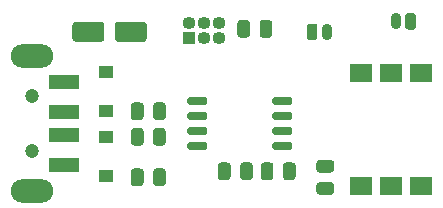
<source format=gts>
G04 #@! TF.GenerationSoftware,KiCad,Pcbnew,5.1.6+dfsg1-1~bpo9+1*
G04 #@! TF.CreationDate,2022-04-04T20:25:57+02:00*
G04 #@! TF.ProjectId,sdrtrx-pttrelais,73647274-7278-42d7-9074-7472656c6169,rev?*
G04 #@! TF.SameCoordinates,Original*
G04 #@! TF.FileFunction,Soldermask,Top*
G04 #@! TF.FilePolarity,Negative*
%FSLAX46Y46*%
G04 Gerber Fmt 4.6, Leading zero omitted, Abs format (unit mm)*
G04 Created by KiCad (PCBNEW 5.1.6+dfsg1-1~bpo9+1) date 2022-04-04 20:25:57*
%MOMM*%
%LPD*%
G01*
G04 APERTURE LIST*
%ADD10O,0.900000X1.400000*%
%ADD11R,1.880000X1.620000*%
%ADD12O,1.100000X1.100000*%
%ADD13R,1.100000X1.100000*%
%ADD14C,1.200000*%
%ADD15O,3.600000X2.000000*%
%ADD16R,2.600000X1.200000*%
%ADD17R,1.300000X1.000000*%
G04 APERTURE END LIST*
D10*
X128021400Y-79756000D03*
G36*
G01*
X126321400Y-80231000D02*
X126321400Y-79281000D01*
G75*
G02*
X126546400Y-79056000I225000J0D01*
G01*
X126996400Y-79056000D01*
G75*
G02*
X127221400Y-79281000I0J-225000D01*
G01*
X127221400Y-80231000D01*
G75*
G02*
X126996400Y-80456000I-225000J0D01*
G01*
X126546400Y-80456000D01*
G75*
G02*
X126321400Y-80231000I0J225000D01*
G01*
G37*
G36*
G01*
X117900000Y-89233000D02*
X117900000Y-89583000D01*
G75*
G02*
X117725000Y-89758000I-175000J0D01*
G01*
X116375000Y-89758000D01*
G75*
G02*
X116200000Y-89583000I0J175000D01*
G01*
X116200000Y-89233000D01*
G75*
G02*
X116375000Y-89058000I175000J0D01*
G01*
X117725000Y-89058000D01*
G75*
G02*
X117900000Y-89233000I0J-175000D01*
G01*
G37*
G36*
G01*
X117900000Y-87963000D02*
X117900000Y-88313000D01*
G75*
G02*
X117725000Y-88488000I-175000J0D01*
G01*
X116375000Y-88488000D01*
G75*
G02*
X116200000Y-88313000I0J175000D01*
G01*
X116200000Y-87963000D01*
G75*
G02*
X116375000Y-87788000I175000J0D01*
G01*
X117725000Y-87788000D01*
G75*
G02*
X117900000Y-87963000I0J-175000D01*
G01*
G37*
G36*
G01*
X117900000Y-86693000D02*
X117900000Y-87043000D01*
G75*
G02*
X117725000Y-87218000I-175000J0D01*
G01*
X116375000Y-87218000D01*
G75*
G02*
X116200000Y-87043000I0J175000D01*
G01*
X116200000Y-86693000D01*
G75*
G02*
X116375000Y-86518000I175000J0D01*
G01*
X117725000Y-86518000D01*
G75*
G02*
X117900000Y-86693000I0J-175000D01*
G01*
G37*
G36*
G01*
X117900000Y-85423000D02*
X117900000Y-85773000D01*
G75*
G02*
X117725000Y-85948000I-175000J0D01*
G01*
X116375000Y-85948000D01*
G75*
G02*
X116200000Y-85773000I0J175000D01*
G01*
X116200000Y-85423000D01*
G75*
G02*
X116375000Y-85248000I175000J0D01*
G01*
X117725000Y-85248000D01*
G75*
G02*
X117900000Y-85423000I0J-175000D01*
G01*
G37*
G36*
G01*
X125100000Y-85423000D02*
X125100000Y-85773000D01*
G75*
G02*
X124925000Y-85948000I-175000J0D01*
G01*
X123575000Y-85948000D01*
G75*
G02*
X123400000Y-85773000I0J175000D01*
G01*
X123400000Y-85423000D01*
G75*
G02*
X123575000Y-85248000I175000J0D01*
G01*
X124925000Y-85248000D01*
G75*
G02*
X125100000Y-85423000I0J-175000D01*
G01*
G37*
G36*
G01*
X125100000Y-86693000D02*
X125100000Y-87043000D01*
G75*
G02*
X124925000Y-87218000I-175000J0D01*
G01*
X123575000Y-87218000D01*
G75*
G02*
X123400000Y-87043000I0J175000D01*
G01*
X123400000Y-86693000D01*
G75*
G02*
X123575000Y-86518000I175000J0D01*
G01*
X124925000Y-86518000D01*
G75*
G02*
X125100000Y-86693000I0J-175000D01*
G01*
G37*
G36*
G01*
X125100000Y-87963000D02*
X125100000Y-88313000D01*
G75*
G02*
X124925000Y-88488000I-175000J0D01*
G01*
X123575000Y-88488000D01*
G75*
G02*
X123400000Y-88313000I0J175000D01*
G01*
X123400000Y-87963000D01*
G75*
G02*
X123575000Y-87788000I175000J0D01*
G01*
X124925000Y-87788000D01*
G75*
G02*
X125100000Y-87963000I0J-175000D01*
G01*
G37*
G36*
G01*
X125100000Y-89233000D02*
X125100000Y-89583000D01*
G75*
G02*
X124925000Y-89758000I-175000J0D01*
G01*
X123575000Y-89758000D01*
G75*
G02*
X123400000Y-89583000I0J175000D01*
G01*
X123400000Y-89233000D01*
G75*
G02*
X123575000Y-89058000I175000J0D01*
G01*
X124925000Y-89058000D01*
G75*
G02*
X125100000Y-89233000I0J-175000D01*
G01*
G37*
D11*
X130937000Y-83246000D03*
X133477000Y-83246000D03*
X136017000Y-83246000D03*
X136017000Y-92776000D03*
X133477000Y-92776000D03*
X130937000Y-92776000D03*
D12*
X118872000Y-78994000D03*
X118872000Y-80264000D03*
X117602000Y-78994000D03*
X117602000Y-80264000D03*
X116332000Y-78994000D03*
D13*
X116332000Y-80264000D03*
D10*
X133858000Y-78867000D03*
G36*
G01*
X135558000Y-78392000D02*
X135558000Y-79342000D01*
G75*
G02*
X135333000Y-79567000I-225000J0D01*
G01*
X134883000Y-79567000D01*
G75*
G02*
X134658000Y-79342000I0J225000D01*
G01*
X134658000Y-78392000D01*
G75*
G02*
X134883000Y-78167000I225000J0D01*
G01*
X135333000Y-78167000D01*
G75*
G02*
X135558000Y-78392000I0J-225000D01*
G01*
G37*
G36*
G01*
X121520000Y-79020750D02*
X121520000Y-79983250D01*
G75*
G02*
X121251250Y-80252000I-268750J0D01*
G01*
X120713750Y-80252000D01*
G75*
G02*
X120445000Y-79983250I0J268750D01*
G01*
X120445000Y-79020750D01*
G75*
G02*
X120713750Y-78752000I268750J0D01*
G01*
X121251250Y-78752000D01*
G75*
G02*
X121520000Y-79020750I0J-268750D01*
G01*
G37*
G36*
G01*
X123395000Y-79020750D02*
X123395000Y-79983250D01*
G75*
G02*
X123126250Y-80252000I-268750J0D01*
G01*
X122588750Y-80252000D01*
G75*
G02*
X122320000Y-79983250I0J268750D01*
G01*
X122320000Y-79020750D01*
G75*
G02*
X122588750Y-78752000I268750J0D01*
G01*
X123126250Y-78752000D01*
G75*
G02*
X123395000Y-79020750I0J-268750D01*
G01*
G37*
G36*
G01*
X128370250Y-91675000D02*
X127407750Y-91675000D01*
G75*
G02*
X127139000Y-91406250I0J268750D01*
G01*
X127139000Y-90868750D01*
G75*
G02*
X127407750Y-90600000I268750J0D01*
G01*
X128370250Y-90600000D01*
G75*
G02*
X128639000Y-90868750I0J-268750D01*
G01*
X128639000Y-91406250D01*
G75*
G02*
X128370250Y-91675000I-268750J0D01*
G01*
G37*
G36*
G01*
X128370250Y-93550000D02*
X127407750Y-93550000D01*
G75*
G02*
X127139000Y-93281250I0J268750D01*
G01*
X127139000Y-92743750D01*
G75*
G02*
X127407750Y-92475000I268750J0D01*
G01*
X128370250Y-92475000D01*
G75*
G02*
X128639000Y-92743750I0J-268750D01*
G01*
X128639000Y-93281250D01*
G75*
G02*
X128370250Y-93550000I-268750J0D01*
G01*
G37*
G36*
G01*
X123501200Y-91085750D02*
X123501200Y-92048250D01*
G75*
G02*
X123232450Y-92317000I-268750J0D01*
G01*
X122694950Y-92317000D01*
G75*
G02*
X122426200Y-92048250I0J268750D01*
G01*
X122426200Y-91085750D01*
G75*
G02*
X122694950Y-90817000I268750J0D01*
G01*
X123232450Y-90817000D01*
G75*
G02*
X123501200Y-91085750I0J-268750D01*
G01*
G37*
G36*
G01*
X125376200Y-91085750D02*
X125376200Y-92048250D01*
G75*
G02*
X125107450Y-92317000I-268750J0D01*
G01*
X124569950Y-92317000D01*
G75*
G02*
X124301200Y-92048250I0J268750D01*
G01*
X124301200Y-91085750D01*
G75*
G02*
X124569950Y-90817000I268750J0D01*
G01*
X125107450Y-90817000D01*
G75*
G02*
X125376200Y-91085750I0J-268750D01*
G01*
G37*
G36*
G01*
X112503000Y-88164750D02*
X112503000Y-89127250D01*
G75*
G02*
X112234250Y-89396000I-268750J0D01*
G01*
X111696750Y-89396000D01*
G75*
G02*
X111428000Y-89127250I0J268750D01*
G01*
X111428000Y-88164750D01*
G75*
G02*
X111696750Y-87896000I268750J0D01*
G01*
X112234250Y-87896000D01*
G75*
G02*
X112503000Y-88164750I0J-268750D01*
G01*
G37*
G36*
G01*
X114378000Y-88164750D02*
X114378000Y-89127250D01*
G75*
G02*
X114109250Y-89396000I-268750J0D01*
G01*
X113571750Y-89396000D01*
G75*
G02*
X113303000Y-89127250I0J268750D01*
G01*
X113303000Y-88164750D01*
G75*
G02*
X113571750Y-87896000I268750J0D01*
G01*
X114109250Y-87896000D01*
G75*
G02*
X114378000Y-88164750I0J-268750D01*
G01*
G37*
G36*
G01*
X112503000Y-86005750D02*
X112503000Y-86968250D01*
G75*
G02*
X112234250Y-87237000I-268750J0D01*
G01*
X111696750Y-87237000D01*
G75*
G02*
X111428000Y-86968250I0J268750D01*
G01*
X111428000Y-86005750D01*
G75*
G02*
X111696750Y-85737000I268750J0D01*
G01*
X112234250Y-85737000D01*
G75*
G02*
X112503000Y-86005750I0J-268750D01*
G01*
G37*
G36*
G01*
X114378000Y-86005750D02*
X114378000Y-86968250D01*
G75*
G02*
X114109250Y-87237000I-268750J0D01*
G01*
X113571750Y-87237000D01*
G75*
G02*
X113303000Y-86968250I0J268750D01*
G01*
X113303000Y-86005750D01*
G75*
G02*
X113571750Y-85737000I268750J0D01*
G01*
X114109250Y-85737000D01*
G75*
G02*
X114378000Y-86005750I0J-268750D01*
G01*
G37*
G36*
G01*
X112503000Y-91593750D02*
X112503000Y-92556250D01*
G75*
G02*
X112234250Y-92825000I-268750J0D01*
G01*
X111696750Y-92825000D01*
G75*
G02*
X111428000Y-92556250I0J268750D01*
G01*
X111428000Y-91593750D01*
G75*
G02*
X111696750Y-91325000I268750J0D01*
G01*
X112234250Y-91325000D01*
G75*
G02*
X112503000Y-91593750I0J-268750D01*
G01*
G37*
G36*
G01*
X114378000Y-91593750D02*
X114378000Y-92556250D01*
G75*
G02*
X114109250Y-92825000I-268750J0D01*
G01*
X113571750Y-92825000D01*
G75*
G02*
X113303000Y-92556250I0J268750D01*
G01*
X113303000Y-91593750D01*
G75*
G02*
X113571750Y-91325000I268750J0D01*
G01*
X114109250Y-91325000D01*
G75*
G02*
X114378000Y-91593750I0J-268750D01*
G01*
G37*
D14*
X103039000Y-85203000D03*
X103039000Y-89803000D03*
D15*
X103039000Y-81803000D03*
X103039000Y-93203000D03*
D16*
X105789000Y-84003000D03*
X105789000Y-91003000D03*
X105789000Y-86503000D03*
X105789000Y-88503000D03*
D17*
X109347000Y-91947000D03*
X109347000Y-88647000D03*
X109347000Y-83186000D03*
X109347000Y-86486000D03*
G36*
G01*
X109173000Y-79171625D02*
X109173000Y-80340375D01*
G75*
G02*
X108907375Y-80606000I-265625J0D01*
G01*
X106738625Y-80606000D01*
G75*
G02*
X106473000Y-80340375I0J265625D01*
G01*
X106473000Y-79171625D01*
G75*
G02*
X106738625Y-78906000I265625J0D01*
G01*
X108907375Y-78906000D01*
G75*
G02*
X109173000Y-79171625I0J-265625D01*
G01*
G37*
G36*
G01*
X112773000Y-79171625D02*
X112773000Y-80340375D01*
G75*
G02*
X112507375Y-80606000I-265625J0D01*
G01*
X110338625Y-80606000D01*
G75*
G02*
X110073000Y-80340375I0J265625D01*
G01*
X110073000Y-79171625D01*
G75*
G02*
X110338625Y-78906000I265625J0D01*
G01*
X112507375Y-78906000D01*
G75*
G02*
X112773000Y-79171625I0J-265625D01*
G01*
G37*
G36*
G01*
X120669000Y-92048250D02*
X120669000Y-91085750D01*
G75*
G02*
X120937750Y-90817000I268750J0D01*
G01*
X121475250Y-90817000D01*
G75*
G02*
X121744000Y-91085750I0J-268750D01*
G01*
X121744000Y-92048250D01*
G75*
G02*
X121475250Y-92317000I-268750J0D01*
G01*
X120937750Y-92317000D01*
G75*
G02*
X120669000Y-92048250I0J268750D01*
G01*
G37*
G36*
G01*
X118794000Y-92048250D02*
X118794000Y-91085750D01*
G75*
G02*
X119062750Y-90817000I268750J0D01*
G01*
X119600250Y-90817000D01*
G75*
G02*
X119869000Y-91085750I0J-268750D01*
G01*
X119869000Y-92048250D01*
G75*
G02*
X119600250Y-92317000I-268750J0D01*
G01*
X119062750Y-92317000D01*
G75*
G02*
X118794000Y-92048250I0J268750D01*
G01*
G37*
M02*

</source>
